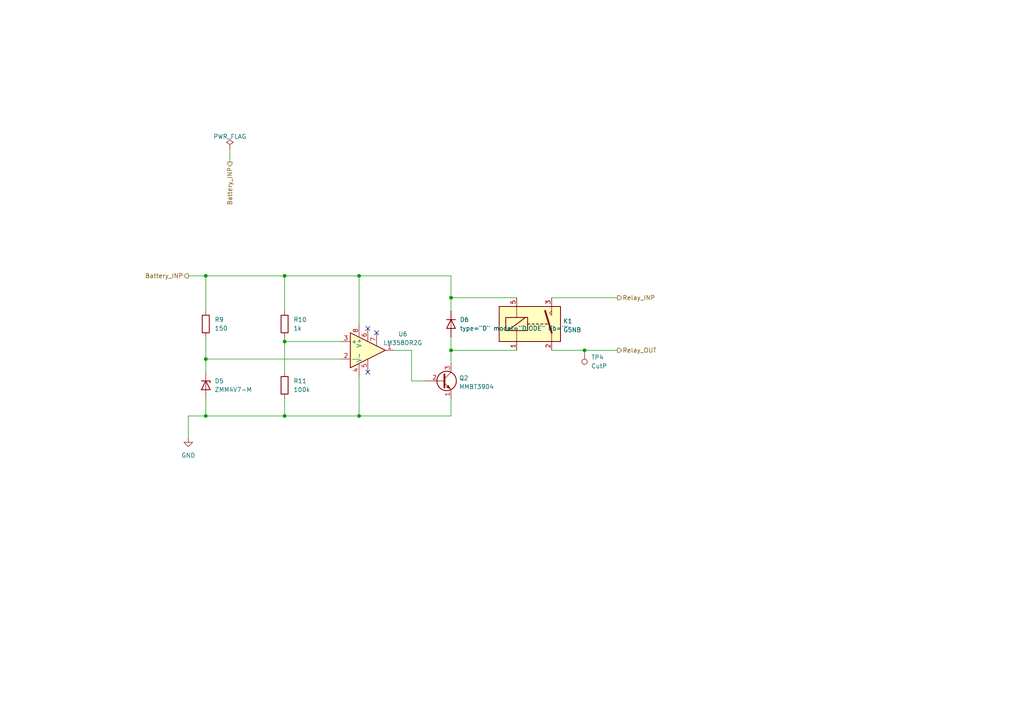
<source format=kicad_sch>
(kicad_sch (version 20211123) (generator eeschema)
  (paper "A4")
  (lib_symbols
    (symbol "Connector:TestPoint" (pin_numbers hide) (pin_names (offset 0.762) hide)
      (property "Reference" "TP" (at 0 6.858 0))
      (property "Value" "TestPoint" (at 0 5.08 0))
      (symbol "TestPoint_0_1"
        (circle (center 0 3.302) (radius 0.762))
      )
      (symbol "TestPoint_1_1"
        (pin passive line (at 0 0 90) (length 2.54) (name "1") (number "1"))
      )
    )
    (symbol "Device:D_Zener" (pin_numbers hide) (pin_names (offset 1.016) hide)
      (property "Reference" "D" (at 0 2.54 0))
      (property "Value" "D_Zener" (at 0 -2.54 0))
      (symbol "D_Zener_0_1"
        (polyline (pts (xy 1.27 0) (xy -1.27 0)))
        (polyline (pts (xy -1.27 -1.27) (xy -1.27 1.27) (xy -0.762 1.27)) (stroke (width 0.254)))
        (polyline (pts (xy 1.27 -1.27) (xy 1.27 1.27) (xy -1.27 0) (xy 1.27 -1.27)) (stroke (width 0.254)))
      )
      (symbol "D_Zener_1_1"
        (pin passive line (at -3.81 0 0) (length 2.54) (name "K") (number "1"))
        (pin passive line (at 3.81 0 180) (length 2.54) (name "A") (number "2"))
      )
    )
    (symbol "Device:R" (pin_numbers hide) (pin_names (offset 0))
      (property "Reference" "R" (at 2.032 0 90))
      (property "Value" "R" (at 0 0 90))
      (symbol "R_0_1"
        (rectangle (start -1.016 -2.54) (end 1.016 2.54) (stroke (width 0.254)))
      )
      (symbol "R_1_1"
        (pin passive line (at 0 3.81 270) (length 1.27) (name "~") (number "1"))
        (pin passive line (at 0 -3.81 90) (length 1.27) (name "~") (number "2"))
      )
    )
    (symbol "Relay:G5Q-1A"
      (property "Reference" "K" (at 8.89 3.81 0))
      (property "Value" "G5Q-1A" (at 8.89 1.27 0))
      (symbol "G5Q-1A_0_0"
        (polyline (pts (xy 5.08 5.08) (xy 5.08 2.54) (xy 4.445 3.175) (xy 5.08 3.81)))
      )
      (symbol "G5Q-1A_0_1"
        (rectangle (start -10.16 5.08) (end 7.62 -5.08) (stroke (width 0.254)) (fill (type background)))
        (rectangle (start -8.255 1.905) (end -1.905 -1.905) (stroke (width 0.254)))
        (polyline (pts (xy -7.62 -1.905) (xy -2.54 1.905)) (stroke (width 0.254)))
        (polyline (pts (xy -5.08 -5.08) (xy -5.08 -1.905)))
        (polyline (pts (xy -5.08 5.08) (xy -5.08 1.905)))
        (polyline (pts (xy -1.905 0) (xy -1.27 0)) (stroke (width 0.254)))
        (polyline (pts (xy -0.635 0) (xy 0 0)) (stroke (width 0.254)))
        (polyline (pts (xy 0.635 0) (xy 1.27 0)) (stroke (width 0.254)))
        (polyline (pts (xy 1.905 0) (xy 2.54 0)) (stroke (width 0.254)))
        (polyline (pts (xy 3.175 0) (xy 3.81 0)) (stroke (width 0.254)))
        (polyline (pts (xy 5.08 -2.54) (xy 3.175 3.81)) (stroke (width 0.508)))
        (polyline (pts (xy 5.08 -2.54) (xy 5.08 -5.08)))
      )
      (symbol "G5Q-1A_1_1"
        (pin passive line (at -5.08 -7.62 90) (length 2.54) (name "~") (number "1"))
        (pin passive line (at 5.08 -7.62 90) (length 2.54) (name "~") (number "2"))
        (pin passive line (at 5.08 7.62 270) (length 2.54) (name "~") (number "3"))
        (pin passive line (at -5.08 7.62 270) (length 2.54) (name "~") (number "5"))
      )
    )
    (symbol "Simulation_SPICE:DIODE" (pin_numbers hide) (pin_names (offset 1.016) hide)
      (property "Reference" "D" (at 0 2.54 0))
      (property "Value" "DIODE" (at 0 -2.54 0))
      (symbol "DIODE_0_1"
        (polyline (pts (xy 1.27 0) (xy -1.27 0)))
        (polyline (pts (xy 1.27 1.27) (xy 1.27 -1.27)) (stroke (width 0.254)))
        (polyline (pts (xy -1.27 -1.27) (xy -1.27 1.27) (xy 1.27 0) (xy -1.27 -1.27)) (stroke (width 0.254)))
      )
      (symbol "DIODE_1_1"
        (pin passive line (at -3.81 0 0) (length 2.54) (name "A") (number "1"))
        (pin passive line (at 3.81 0 180) (length 2.54) (name "K") (number "2"))
      )
    )
    (symbol "Symbol_EEE3088F:LM358DR2G" (pin_names (offset 0.254))
      (property "Reference" "U" (at 3.81 3.175 0))
      (property "Value" "LM358DR2G" (at 3.81 -3.175 0))
      (symbol "LM358DR2G_0_1"
        (polyline (pts (xy 5.08 0) (xy -5.08 5.08) (xy -5.08 -5.08) (xy 5.08 0)) (stroke (width 0.254)) (fill (type background)))
      )
      (symbol "LM358DR2G_1_1"
        (pin output line (at 7.62 0 180) (length 2.54) (name "~") (number "1"))
        (pin input line (at -7.62 -2.54 0) (length 2.54) (name "-") (number "2"))
        (pin input line (at -7.62 2.54 0) (length 2.54) (name "+") (number "3"))
        (pin power_in line (at -2.54 -7.62 90) (length 3.81) (name "V-") (number "4"))
        (pin passive line (at 0 -6.35 90) (length 3.81) (name "") (number "5"))
        (pin passive line (at 0 6.35 270) (length 3.81) (name "") (number "6"))
        (pin passive line (at 2.54 5.08 270) (length 3.81) (name "") (number "7"))
        (pin power_in line (at -2.54 7.62 270) (length 3.81) (name "V+") (number "8"))
      )
    )
    (symbol "Transistor_BJT:2N3904" (pin_names (offset 0) hide)
      (property "Reference" "Q" (at 5.08 1.905 0))
      (property "Value" "2N3904" (at 5.08 0 0))
      (symbol "2N3904_0_1"
        (polyline (pts (xy 0.635 0.635) (xy 2.54 2.54)))
        (polyline (pts (xy 0.635 -0.635) (xy 2.54 -2.54) (xy 2.54 -2.54)))
        (polyline (pts (xy 0.635 1.905) (xy 0.635 -1.905) (xy 0.635 -1.905)) (stroke (width 0.508)))
        (polyline (pts (xy 1.27 -1.778) (xy 1.778 -1.27) (xy 2.286 -2.286) (xy 1.27 -1.778) (xy 1.27 -1.778)) (fill (type outline)))
        (circle (center 1.27 0) (radius 2.8194) (stroke (width 0.254)))
      )
      (symbol "2N3904_1_1"
        (pin passive line (at 2.54 -5.08 90) (length 2.54) (name "E") (number "1"))
        (pin passive line (at -5.08 0 0) (length 5.715) (name "B") (number "2"))
        (pin passive line (at 2.54 5.08 270) (length 2.54) (name "C") (number "3"))
      )
    )
    (symbol "power:GND" (power) (pin_names (offset 0))
      (property "Value" "GND" (at 0 -3.81 0))
      (symbol "GND_0_1"
        (polyline (pts (xy 0 0) (xy 0 -1.27) (xy 1.27 -1.27) (xy 0 -2.54) (xy -1.27 -1.27) (xy 0 -1.27)))
      )
      (symbol "GND_1_1"
        (pin power_in line (at 0 0 270) (length 0) hide (name "GND") (number "1"))
      )
    )
    (symbol "power:PWR_FLAG" (power) (pin_numbers hide) (pin_names (offset 0) hide)
      (property "Value" "PWR_FLAG" (at 0 3.81 0))
      (symbol "PWR_FLAG_0_0"
        (pin power_out line (at 0 0 90) (length 0) (name "pwr") (number "1"))
      )
      (symbol "PWR_FLAG_0_1"
        (polyline (pts (xy 0 0) (xy 0 1.27) (xy -1.016 1.905) (xy 0 2.54) (xy 1.016 1.905) (xy 0 1.27)))
      )
    )
  )
  (junction (at 82.55 120.65))
  (junction (at 169.545 101.6))
  (junction (at 130.81 101.6))
  (junction (at 104.14 80.01))
  (junction (at 82.55 99.06))
  (junction (at 130.81 86.36))
  (junction (at 59.69 80.01))
  (junction (at 59.69 120.65))
  (junction (at 59.69 104.14))
  (junction (at 82.55 80.01))
  (junction (at 104.14 120.65))
  (no_connect (at 106.68 107.95))
  (no_connect (at 106.68 95.25))
  (no_connect (at 109.22 96.52))
  (wire (pts (xy 104.14 80.01) (xy 82.55 80.01)))
  (wire (pts (xy 119.38 101.6) (xy 119.38 110.49)))
  (wire (pts (xy 104.14 80.01) (xy 104.14 93.98)))
  (wire (pts (xy 59.69 80.01) (xy 59.69 90.17)))
  (wire (pts (xy 82.55 99.06) (xy 82.55 107.95)))
  (wire (pts (xy 59.69 115.57) (xy 59.69 120.65)))
  (wire (pts (xy 82.55 99.06) (xy 99.06 99.06)))
  (wire (pts (xy 149.86 86.36) (xy 130.81 86.36)))
  (wire (pts (xy 130.81 80.01) (xy 104.14 80.01)))
  (wire (pts (xy 130.81 86.36) (xy 130.81 80.01)))
  (wire (pts (xy 130.81 101.6) (xy 149.86 101.6)))
  (wire (pts (xy 82.55 120.65) (xy 104.14 120.65)))
  (wire (pts (xy 130.81 86.36) (xy 130.81 90.17)))
  (wire (pts (xy 119.38 110.49) (xy 123.19 110.49)))
  (wire (pts (xy 130.81 97.79) (xy 130.81 101.6)))
  (wire (pts (xy 59.69 104.14) (xy 99.06 104.14)))
  (wire (pts (xy 104.14 120.65) (xy 130.81 120.65)))
  (wire (pts (xy 66.675 43.18) (xy 66.675 46.99)))
  (wire (pts (xy 130.81 115.57) (xy 130.81 120.65)))
  (wire (pts (xy 54.61 80.01) (xy 59.69 80.01)))
  (wire (pts (xy 169.545 101.6) (xy 179.07 101.6)))
  (wire (pts (xy 54.61 120.65) (xy 59.69 120.65)))
  (wire (pts (xy 114.3 101.6) (xy 119.38 101.6)))
  (wire (pts (xy 59.69 104.14) (xy 59.69 107.95)))
  (wire (pts (xy 130.81 101.6) (xy 130.81 105.41)))
  (wire (pts (xy 160.02 86.36) (xy 179.07 86.36)))
  (wire (pts (xy 82.55 97.79) (xy 82.55 99.06)))
  (wire (pts (xy 54.61 127) (xy 54.61 120.65)))
  (wire (pts (xy 59.69 97.79) (xy 59.69 104.14)))
  (wire (pts (xy 59.69 120.65) (xy 82.55 120.65)))
  (wire (pts (xy 82.55 80.01) (xy 82.55 90.17)))
  (wire (pts (xy 160.02 101.6) (xy 169.545 101.6)))
  (wire (pts (xy 82.55 80.01) (xy 59.69 80.01)))
  (wire (pts (xy 104.14 109.22) (xy 104.14 120.65)))
  (wire (pts (xy 82.55 115.57) (xy 82.55 120.65)))
  (hierarchical_label "Battery_INP" (shape output) (at 54.61 80.01 180))
  (hierarchical_label "Relay_OUT" (shape output) (at 179.07 101.6 0))
  (hierarchical_label "Relay_INP" (shape output) (at 179.07 86.36 0))
  (hierarchical_label "Battery_INP" (shape output) (at 66.675 46.99 270))
  (symbol (lib_id "Simulation_SPICE:DIODE") (at 130.81 93.98 90) (unit 1)
    (property "Reference" "D6" (at 133.35 92.7099 90) (effects (justify right)))
    (property "Value" "DIODE" (at 133.35 95.2499 90) (effects (justify right)))
    (property "Footprint" "Footprint_EEE3088F:DO-214AC_L4.3-W2.7-LS5.3-RD" (effects hide))
    (property "Spice_Netlist_Enabled" "Y" (effects hide))
    (property "Spice_Primitive" "D" (effects hide))
    (property "JLC Part #" "C95872" (effects hide))
    (property "Price" "0.0089" (effects hide))
  )
  (symbol (lib_id "Device:R") (at 59.69 93.98 0) (unit 1)
    (property "Reference" "R9" (at 62.23 92.7099 0) (effects (justify left)))
    (property "Value" "150" (at 62.23 95.2499 0) (effects (justify left)))
    (property "Footprint" "Resistor_SMD:R_0402_1005Metric" (effects hide))
    (property "JLC Part #" "C25082" (effects hide))
    (property "Price" "0.0007" (effects hide))
  )
  (symbol (lib_id "Transistor_BJT:2N3904") (at 128.27 110.49 0) (unit 1)
    (property "Reference" "Q2" (at 133.1214 109.6553 0) (effects (justify left)))
    (property "Value" "MMBT3904" (at 133.1214 112.1922 0) (effects (justify left)))
    (property "Footprint" "Package_TO_SOT_SMD:SOT-23" (effects hide))
    (property "Datasheet" "https://www.onsemi.com/pub/Collateral/2N3903-D.PDF" (effects hide))
    (property "JLC Part #" "C20526" (effects hide))
    (property "Price" "0.0153" (effects hide))
  )
  (symbol (lib_id "power:GND") (at 54.61 127 0) (unit 1)
    (property "Reference" "#PWR034" (effects hide))
    (property "Value" "GND" (at 54.61 132.08 0))
  )
  (symbol (lib_id "Device:R") (at 82.55 93.98 0) (unit 1)
    (property "Reference" "R10" (at 85.09 92.7099 0) (effects (justify left)))
    (property "Value" "1k" (at 85.09 95.2499 0) (effects (justify left)))
    (property "Footprint" "Resistor_SMD:R_0402_1005Metric" (effects hide))
    (property "JLC Part #" "C11702" (effects hide))
    (property "Price" "0.0008" (effects hide))
  )
  (symbol (lib_id "Connector:TestPoint") (at 169.545 101.6 180) (unit 1)
    (property "Reference" "TP4" (at 171.45 103.6319 0) (effects (justify right)))
    (property "Value" "CutP" (at 171.45 106.1719 0) (effects (justify right)))
    (property "Footprint" "TestPoint:TestPoint_Pad_D1.0mm" (effects hide))
  )
  (symbol (lib_id "Device:R") (at 82.55 111.76 0) (unit 1)
    (property "Reference" "R11" (at 85.09 110.4899 0) (effects (justify left)))
    (property "Value" "100k" (at 85.09 113.0299 0) (effects (justify left)))
    (property "Footprint" "Resistor_SMD:R_0402_1005Metric" (effects hide))
    (property "JLC Part #" "C25744" (effects hide))
    (property "Price" "0.0007" (effects hide))
  )
  (symbol (lib_id "Symbol_EEE3088F:LM358DR2G") (at 106.68 101.6 0) (unit 1)
    (property "Reference" "U6" (at 116.84 96.901 0))
    (property "Value" "LM358DR2G" (at 116.84 99.441 0))
    (property "Footprint" "Package_SO:SOIC-8_3.9x4.9mm_P1.27mm" (effects hide))
    (property "JLC Part #" "C7950" (effects hide))
    (property "Price" "0.149" (effects hide))
  )
  (symbol (lib_id "power:PWR_FLAG") (at 66.675 43.18 0) (unit 1)
    (property "Reference" "#FLG03" (effects hide))
    (property "Value" "PWR_FLAG" (at 66.675 39.6042 0))
  )
  (symbol (lib_id "Relay:G5Q-1A") (at 154.94 93.98 0) (unit 1)
    (property "Reference" "K1" (at 163.322 93.1453 0) (effects (justify left)))
    (property "Value" "G5NB" (at 163.322 95.6822 0) (effects (justify left)))
    (property "Footprint" "Relay_THT:Relay_SPST_Omron-G5Q-1A" (effects hide))
    (property "Datasheet" "https://www.omron.com/ecb/products/pdf/en-g5q.pdf" (effects hide))
    (property "JLC Part #" "C34758" (effects hide))
    (property "Price" "0.5145" (effects hide))
  )
  (symbol (lib_id "Device:D_Zener") (at 59.69 111.76 270) (unit 1)
    (property "Reference" "D5" (at 62.23 110.4899 90) (effects (justify left)))
    (property "Value" "ZMM4V7-M" (at 62.23 113.0299 90) (effects (justify left)))
    (property "Footprint" "Footprint_EEE3088F:LL-34_L3.5-W1.5-RD" (effects hide))
    (property "JLC Part #" "C707193" (effects hide))
    (property "Price" "0.0159" (effects hide))
  )
)
</source>
